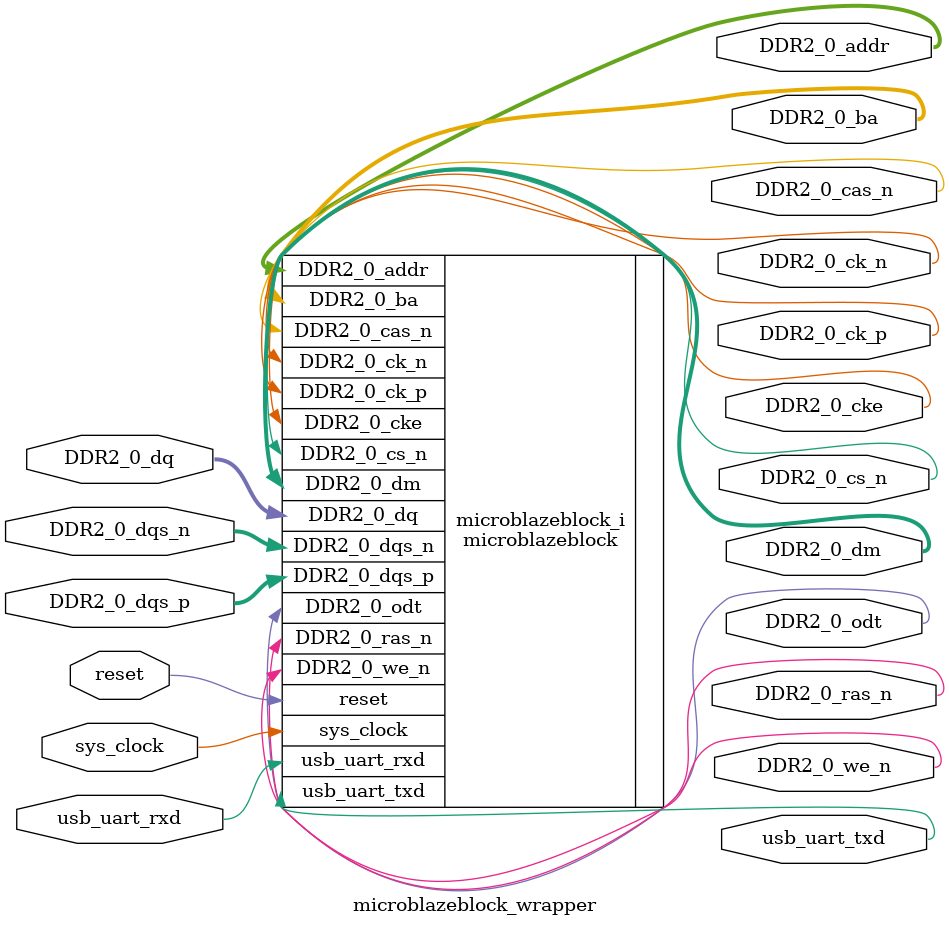
<source format=v>
`timescale 1 ps / 1 ps

module microblazeblock_wrapper
   (DDR2_0_addr,
    DDR2_0_ba,
    DDR2_0_cas_n,
    DDR2_0_ck_n,
    DDR2_0_ck_p,
    DDR2_0_cke,
    DDR2_0_cs_n,
    DDR2_0_dm,
    DDR2_0_dq,
    DDR2_0_dqs_n,
    DDR2_0_dqs_p,
    DDR2_0_odt,
    DDR2_0_ras_n,
    DDR2_0_we_n,
    reset,
    sys_clock,
    usb_uart_rxd,
    usb_uart_txd);
  output [12:0]DDR2_0_addr;
  output [2:0]DDR2_0_ba;
  output DDR2_0_cas_n;
  output [0:0]DDR2_0_ck_n;
  output [0:0]DDR2_0_ck_p;
  output [0:0]DDR2_0_cke;
  output [0:0]DDR2_0_cs_n;
  output [1:0]DDR2_0_dm;
  inout [15:0]DDR2_0_dq;
  inout [1:0]DDR2_0_dqs_n;
  inout [1:0]DDR2_0_dqs_p;
  output [0:0]DDR2_0_odt;
  output DDR2_0_ras_n;
  output DDR2_0_we_n;
  input reset;
  input sys_clock;
  input usb_uart_rxd;
  output usb_uart_txd;

  wire [12:0]DDR2_0_addr;
  wire [2:0]DDR2_0_ba;
  wire DDR2_0_cas_n;
  wire [0:0]DDR2_0_ck_n;
  wire [0:0]DDR2_0_ck_p;
  wire [0:0]DDR2_0_cke;
  wire [0:0]DDR2_0_cs_n;
  wire [1:0]DDR2_0_dm;
  wire [15:0]DDR2_0_dq;
  wire [1:0]DDR2_0_dqs_n;
  wire [1:0]DDR2_0_dqs_p;
  wire [0:0]DDR2_0_odt;
  wire DDR2_0_ras_n;
  wire DDR2_0_we_n;
  wire reset;
  wire sys_clock;
  wire usb_uart_rxd;
  wire usb_uart_txd;

  microblazeblock microblazeblock_i
       (.DDR2_0_addr(DDR2_0_addr),
        .DDR2_0_ba(DDR2_0_ba),
        .DDR2_0_cas_n(DDR2_0_cas_n),
        .DDR2_0_ck_n(DDR2_0_ck_n),
        .DDR2_0_ck_p(DDR2_0_ck_p),
        .DDR2_0_cke(DDR2_0_cke),
        .DDR2_0_cs_n(DDR2_0_cs_n),
        .DDR2_0_dm(DDR2_0_dm),
        .DDR2_0_dq(DDR2_0_dq),
        .DDR2_0_dqs_n(DDR2_0_dqs_n),
        .DDR2_0_dqs_p(DDR2_0_dqs_p),
        .DDR2_0_odt(DDR2_0_odt),
        .DDR2_0_ras_n(DDR2_0_ras_n),
        .DDR2_0_we_n(DDR2_0_we_n),
        .reset(reset),
        .sys_clock(sys_clock),
        .usb_uart_rxd(usb_uart_rxd),
        .usb_uart_txd(usb_uart_txd));
endmodule

</source>
